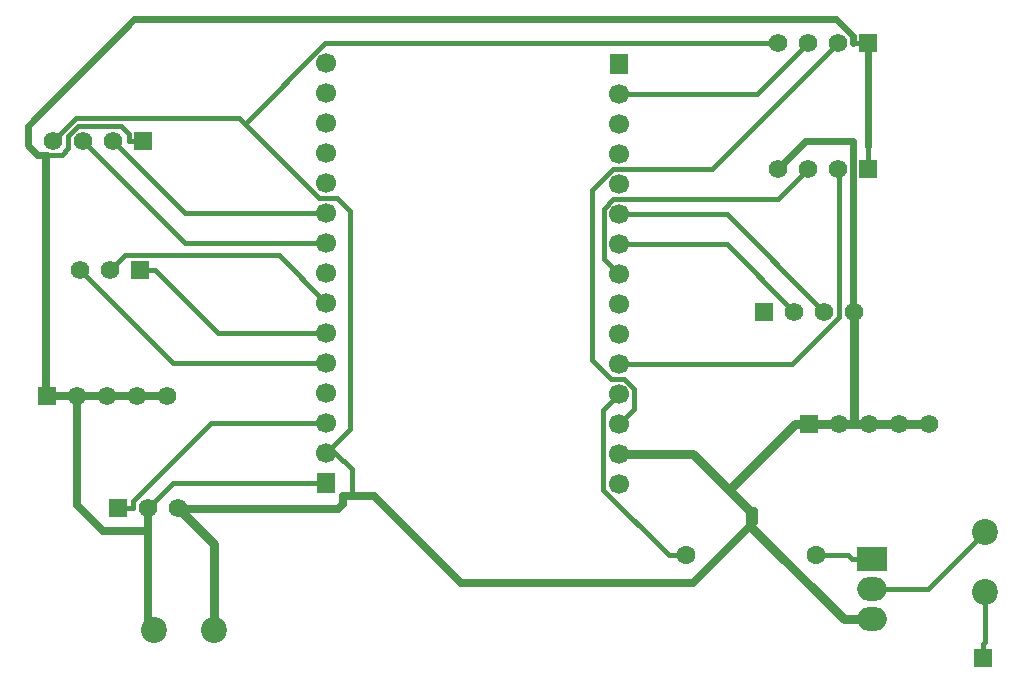
<source format=gbl>
G04 Layer: BottomLayer*
G04 EasyEDA v6.5.47, 2024-09-30 22:34:30*
G04 bdf4dfcfd05a44bdb46dd20b3567a466,39c71444916b4af6a8c7195bd55d5f94,10*
G04 Gerber Generator version 0.2*
G04 Scale: 100 percent, Rotated: No, Reflected: No *
G04 Dimensions in millimeters *
G04 leading zeros omitted , absolute positions ,4 integer and 5 decimal *
%FSLAX45Y45*%
%MOMM*%

%AMMACRO1*21,1,$1,$2,0,0,$3*%
%ADD10C,0.6000*%
%ADD11C,0.4500*%
%ADD12C,0.8000*%
%ADD13C,0.7000*%
%ADD14C,1.5748*%
%ADD15R,1.5748X1.5748*%
%ADD16C,1.7000*%
%ADD17R,1.5748X1.7000*%
%ADD18C,2.2000*%
%ADD19MACRO1,2.0015X2.4994X-90.0000*%
%ADD20O,2.4999949999999997X1.9999959999999999*%
%ADD21C,1.6000*%

%LPD*%
D10*
X8788400Y6807200D02*
G01*
X8788400Y8253729D01*
X8383270Y8253729D01*
X8141970Y8012429D01*
D11*
X8915400Y8208619D02*
G01*
X8915400Y8013700D01*
X1968500Y8138363D02*
G01*
X2091486Y8138363D01*
X2146300Y8193176D01*
X2146300Y8296579D01*
X2228519Y8378799D01*
X2595625Y8378799D01*
X2657500Y8316925D01*
X2657500Y8255000D01*
X8915400Y9080500D02*
G01*
X8791600Y9080500D01*
X2781300Y8255000D02*
G01*
X2657500Y8255000D01*
X2019300Y8255000D02*
G01*
X2211070Y8446770D01*
X3595014Y8446770D01*
X3640988Y8400821D01*
X3640988Y8400821D02*
G01*
X4320666Y9080500D01*
X8153400Y9080500D01*
X8799931Y6808368D02*
G01*
X8801100Y6807200D01*
X6807200Y6362700D02*
G01*
X8269554Y6362700D01*
X8674100Y6767245D01*
X8674100Y8001000D01*
X8661400Y8013700D01*
X6807200Y7124700D02*
G01*
X6680047Y7251852D01*
X6680047Y7680096D01*
X6759930Y7759979D01*
X8153679Y7759979D01*
X8407400Y8013700D01*
X6807200Y7378700D02*
G01*
X7721600Y7378700D01*
X8293100Y6807200D01*
X6807200Y7632700D02*
G01*
X7721600Y7632700D01*
X8547100Y6807200D01*
X4330700Y7645400D02*
G01*
X3136900Y7645400D01*
X2527300Y8255000D01*
X4330700Y7391400D02*
G01*
X3136900Y7391400D01*
X2273300Y8255000D01*
X6807200Y8648700D02*
G01*
X7975600Y8648700D01*
X8407400Y9080500D01*
X2565400Y5143500D02*
G01*
X2689199Y5143500D01*
X4330700Y5867400D02*
G01*
X3351199Y5867400D01*
X2689199Y5205399D01*
X2689199Y5143500D01*
X4330700Y6629400D02*
G01*
X3413099Y6629400D01*
X2879699Y7162800D01*
X4330700Y6883400D02*
G01*
X3926357Y7287742D01*
X2626842Y7287742D01*
X2501900Y7162800D01*
X4330700Y6375400D02*
G01*
X3035300Y6375400D01*
X2247900Y7162800D01*
X9893300Y3873500D02*
G01*
X9893300Y3997299D01*
X7374813Y4749800D02*
G01*
X7227315Y4749800D01*
X6676085Y5301030D01*
X6676085Y5977585D01*
X6807200Y6108700D01*
X8953500Y4711700D02*
G01*
X8783472Y4711700D01*
X8953500Y4457700D02*
G01*
X9423400Y4457700D01*
X9906000Y4940300D01*
D12*
X8953500Y4203700D02*
G01*
X8712200Y4203700D01*
X7918958Y4996942D01*
X7918958Y5117337D01*
X7738948Y5297347D02*
G01*
X7435595Y5600700D01*
X6807200Y5600700D01*
X7918881Y5117414D02*
G01*
X7738948Y5297347D01*
X8296300Y5854700D02*
G01*
X7738948Y5297347D01*
X8674100Y5854700D02*
G01*
X8420100Y5854700D01*
X8420100Y5854700D02*
G01*
X8296300Y5854700D01*
X8799931Y6808368D02*
G01*
X8799931Y5854700D01*
X8928100Y5854700D02*
G01*
X9044431Y5854700D01*
X9182100Y5854700D01*
X9182100Y5854700D02*
G01*
X9436100Y5854700D01*
X8799931Y5854700D02*
G01*
X8928100Y5854700D01*
X8674100Y5854700D02*
G01*
X8799931Y5854700D01*
D10*
X8915400Y9080500D02*
G01*
X8915400Y8208619D01*
D13*
X1955800Y8115300D02*
G01*
X1955800Y6072936D01*
X2476500Y6096000D02*
G01*
X2222500Y6096000D01*
X2476500Y6096000D02*
G01*
X2730500Y6096000D01*
X2730500Y6096000D02*
G01*
X2984500Y6096000D01*
X2222500Y6096000D02*
G01*
X1968500Y6096000D01*
X2819400Y5026913D02*
G01*
X2819400Y4953000D01*
X2438400Y4953000D01*
X2222500Y5168900D01*
X2222500Y6096000D01*
X2870200Y4114800D02*
G01*
X2819400Y4165600D01*
X2819400Y5026863D01*
D11*
X4330700Y5359400D02*
G01*
X3035300Y5359400D01*
X2819400Y5143500D01*
D13*
X2819400Y5026863D02*
G01*
X2819400Y5143500D01*
D12*
X3378200Y4114800D02*
G01*
X3378200Y4838700D01*
X3073400Y5143500D01*
D10*
X8791702Y9080500D02*
G01*
X8791702Y9140952D01*
X8648954Y9283700D01*
X2705100Y9283700D01*
X1803400Y8382000D01*
X1803400Y8216900D01*
X1881886Y8138413D01*
X1968500Y8138413D01*
D13*
X4470400Y5245100D02*
G01*
X4470400Y5179313D01*
X4430013Y5138928D01*
X3096513Y5138928D01*
X7950200Y5118100D02*
G01*
X7950200Y5024120D01*
X7435341Y4509262D01*
X5466841Y4509262D01*
X4730241Y5245862D01*
X4552441Y5245862D01*
X4478527Y5250434D01*
D11*
X4406900Y5613400D02*
G01*
X4546600Y5473700D01*
X4546600Y5249671D01*
X4523486Y5249671D01*
X3641090Y8400795D02*
G01*
X4269486Y7772400D01*
X4419600Y7772400D01*
X4533900Y7658100D01*
X4533900Y5816600D01*
X4330700Y5613400D01*
X9906000Y4432300D02*
G01*
X9906000Y4009999D01*
X9893300Y3997299D01*
X6807200Y5854700D02*
G01*
X6934708Y5982207D01*
X6934708Y6155436D01*
X6854443Y6235700D01*
X6743700Y6235700D01*
X6578600Y6400800D01*
X6578600Y7837678D01*
X6754622Y8013700D01*
X7594600Y8013700D01*
X8661400Y9080500D01*
X8474811Y4749800D02*
G01*
X8745372Y4749800D01*
X8783472Y4711700D01*
X2755900Y7162800D02*
G01*
X2879699Y7162800D01*
D14*
G01*
X2984500Y6096000D03*
G01*
X2730500Y6096000D03*
G01*
X2476500Y6096000D03*
G01*
X2222500Y6096000D03*
D15*
G01*
X1968500Y6096000D03*
D14*
G01*
X9436100Y5854700D03*
G01*
X9182100Y5854700D03*
G01*
X8928100Y5854700D03*
G01*
X8674100Y5854700D03*
D15*
G01*
X8420100Y5854700D03*
G01*
X8915400Y8013700D03*
D14*
G01*
X8661400Y8013700D03*
G01*
X8407400Y8013700D03*
G01*
X8153400Y8013700D03*
D15*
G01*
X8039100Y6807200D03*
D14*
G01*
X8293100Y6807200D03*
G01*
X8547100Y6807200D03*
G01*
X8801100Y6807200D03*
D15*
G01*
X2781300Y8255000D03*
D14*
G01*
X2527300Y8255000D03*
G01*
X2273300Y8255000D03*
G01*
X2019300Y8255000D03*
D15*
G01*
X8915400Y9080500D03*
D14*
G01*
X8661400Y9080500D03*
G01*
X8407400Y9080500D03*
G01*
X8153400Y9080500D03*
D15*
G01*
X2565400Y5143500D03*
D14*
G01*
X2819400Y5143500D03*
G01*
X3073400Y5143500D03*
D15*
G01*
X2755900Y7162800D03*
D14*
G01*
X2501900Y7162800D03*
G01*
X2247900Y7162800D03*
D15*
G01*
X9893300Y3873500D03*
D16*
G01*
X4330700Y8915400D03*
G01*
X4330700Y8661400D03*
G01*
X4330700Y8407400D03*
G01*
X4330700Y8153400D03*
G01*
X4330700Y7899400D03*
G01*
X4330700Y7645400D03*
G01*
X4330700Y7391400D03*
G01*
X4330700Y7137400D03*
G01*
X4330700Y6883400D03*
G01*
X4330700Y6629400D03*
G01*
X4330700Y6375400D03*
G01*
X4330700Y6121400D03*
G01*
X4330700Y5867400D03*
G01*
X4330700Y5613400D03*
D17*
G01*
X4330700Y5359400D03*
D16*
G01*
X6807200Y5346700D03*
G01*
X6807200Y5600700D03*
G01*
X6807200Y5854700D03*
G01*
X6807200Y6108700D03*
G01*
X6807200Y6362700D03*
G01*
X6807200Y6616700D03*
G01*
X6807200Y6870700D03*
G01*
X6807200Y7124700D03*
G01*
X6807200Y7378700D03*
G01*
X6807200Y7632700D03*
G01*
X6807200Y7886700D03*
G01*
X6807200Y8140700D03*
G01*
X6807200Y8394700D03*
G01*
X6807200Y8648700D03*
D17*
G01*
X6807200Y8902700D03*
D18*
G01*
X9906000Y4432300D03*
G01*
X9906000Y4940300D03*
G01*
X2870200Y4114800D03*
G01*
X3378200Y4114800D03*
D19*
G01*
X8953500Y4711700D03*
D20*
G01*
X8953500Y4203700D03*
G01*
X8953500Y4457700D03*
D21*
G01*
X7374813Y4749800D03*
G01*
X8474811Y4749800D03*
M02*

</source>
